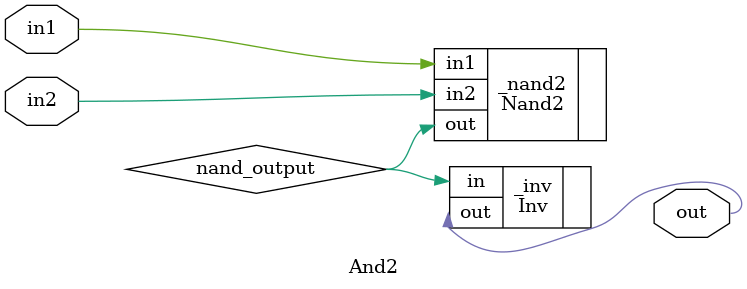
<source format=sv>
/* 2-input AND gate.
 *
 *
 * 
 */
module And2 #(
    parameter WIDTH=1
)(
    input  wire [WIDTH-1:0] in1,
    input  wire [WIDTH-1:0] in2,
    output wire [WIDTH-1:0] out
);
    wire [WIDTH-1:0] nand_output;
    Nand2#(WIDTH)  _nand2(.in1(in1), .in2(in2), .out(nand_output));
    Inv#(WIDTH)   _inv (.in(nand_output), .out(out));

endmodule

</source>
